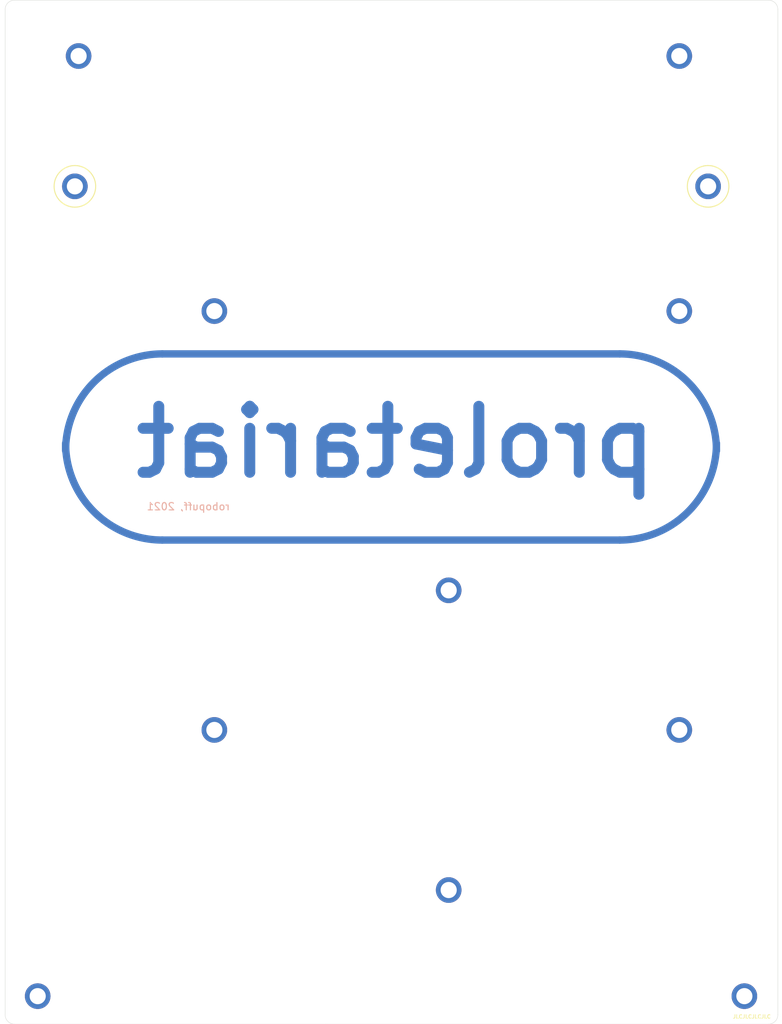
<source format=kicad_pcb>
(kicad_pcb (version 20171130) (host pcbnew "(5.1.10-1-10_14)")

  (general
    (thickness 1.6)
    (drawings 21)
    (tracks 0)
    (zones 0)
    (modules 12)
    (nets 1)
  )

  (page A4)
  (layers
    (0 F.Cu signal)
    (31 B.Cu signal)
    (32 B.Adhes user)
    (33 F.Adhes user)
    (34 B.Paste user)
    (35 F.Paste user)
    (36 B.SilkS user)
    (37 F.SilkS user)
    (38 B.Mask user)
    (39 F.Mask user)
    (40 Dwgs.User user)
    (41 Cmts.User user)
    (42 Eco1.User user)
    (43 Eco2.User user)
    (44 Edge.Cuts user)
    (45 Margin user)
    (46 B.CrtYd user)
    (47 F.CrtYd user)
    (48 B.Fab user)
    (49 F.Fab user)
  )

  (setup
    (last_trace_width 0.25)
    (trace_clearance 0.2)
    (zone_clearance 0.508)
    (zone_45_only no)
    (trace_min 0.2)
    (via_size 0.8)
    (via_drill 0.4)
    (via_min_size 0.4)
    (via_min_drill 0.3)
    (uvia_size 0.3)
    (uvia_drill 0.1)
    (uvias_allowed no)
    (uvia_min_size 0.2)
    (uvia_min_drill 0.1)
    (edge_width 0.05)
    (segment_width 0.2)
    (pcb_text_width 0.3)
    (pcb_text_size 1.5 1.5)
    (mod_edge_width 0.12)
    (mod_text_size 1 1)
    (mod_text_width 0.15)
    (pad_size 1.524 1.524)
    (pad_drill 0.762)
    (pad_to_mask_clearance 0)
    (aux_axis_origin 0 0)
    (visible_elements FFFFFF7F)
    (pcbplotparams
      (layerselection 0x010fc_ffffffff)
      (usegerberextensions false)
      (usegerberattributes true)
      (usegerberadvancedattributes true)
      (creategerberjobfile true)
      (excludeedgelayer true)
      (linewidth 0.100000)
      (plotframeref false)
      (viasonmask false)
      (mode 1)
      (useauxorigin false)
      (hpglpennumber 1)
      (hpglpenspeed 20)
      (hpglpendiameter 15.000000)
      (psnegative false)
      (psa4output false)
      (plotreference true)
      (plotvalue true)
      (plotinvisibletext false)
      (padsonsilk false)
      (subtractmaskfromsilk true)
      (outputformat 1)
      (mirror false)
      (drillshape 0)
      (scaleselection 1)
      (outputdirectory "../gerber/bottom/"))
  )

  (net 0 "")

  (net_class Default "This is the default net class."
    (clearance 0.2)
    (trace_width 0.25)
    (via_dia 0.8)
    (via_drill 0.4)
    (uvia_dia 0.3)
    (uvia_drill 0.1)
  )

  (module random-keyboard-parts:Generic-Mounthole (layer F.Cu) (tedit 5C91B17B) (tstamp 61039488)
    (at 41.91 58.42)
    (path /60FC5E3B)
    (attr virtual)
    (fp_text reference H12 (at 0 2) (layer Dwgs.User)
      (effects (font (size 1 1) (thickness 0.15)))
    )
    (fp_text value MountingHole (at 0 -2) (layer Dwgs.User)
      (effects (font (size 1 1) (thickness 0.15)))
    )
    (pad 1 thru_hole circle (at 0 0) (size 3.5 3.5) (drill 2.2) (layers *.Cu *.Mask))
  )

  (module random-keyboard-parts:Generic-Mounthole (layer F.Cu) (tedit 5C91B17B) (tstamp 61039488)
    (at 128.397 58.42)
    (path /60FC5E3B)
    (attr virtual)
    (fp_text reference H11 (at 0 2) (layer Dwgs.User)
      (effects (font (size 1 1) (thickness 0.15)))
    )
    (fp_text value MountingHole (at 0 -2) (layer Dwgs.User)
      (effects (font (size 1 1) (thickness 0.15)))
    )
    (pad 1 thru_hole circle (at 0 0) (size 3.5 3.5) (drill 2.2) (layers *.Cu *.Mask))
  )

  (module random-keyboard-parts:Generic-Mounthole (layer F.Cu) (tedit 5C91B17B) (tstamp 61037A01)
    (at 92.964 154.432)
    (path /60FC5E4D)
    (attr virtual)
    (fp_text reference H10 (at 0 2) (layer Dwgs.User)
      (effects (font (size 1 1) (thickness 0.15)))
    )
    (fp_text value MountingHole (at 0 -2) (layer Dwgs.User)
      (effects (font (size 1 1) (thickness 0.15)))
    )
    (pad 1 thru_hole circle (at 0 0) (size 3.5 3.5) (drill 2.2) (layers *.Cu *.Mask))
  )

  (module random-keyboard-parts:Generic-Mounthole (layer F.Cu) (tedit 5C91B17B) (tstamp 610379FD)
    (at 124.46 132.588)
    (path /60FC5E47)
    (attr virtual)
    (fp_text reference H9 (at 0 2) (layer Dwgs.User)
      (effects (font (size 1 1) (thickness 0.15)))
    )
    (fp_text value MountingHole (at 0 -2) (layer Dwgs.User)
      (effects (font (size 1 1) (thickness 0.15)))
    )
    (pad 1 thru_hole circle (at 0 0) (size 3.5 3.5) (drill 2.2) (layers *.Cu *.Mask))
  )

  (module random-keyboard-parts:Generic-Mounthole (layer F.Cu) (tedit 5C91B17B) (tstamp 610379F9)
    (at 60.96 132.588)
    (path /60FC5E41)
    (attr virtual)
    (fp_text reference H8 (at 0 2) (layer Dwgs.User)
      (effects (font (size 1 1) (thickness 0.15)))
    )
    (fp_text value MountingHole (at 0 -2) (layer Dwgs.User)
      (effects (font (size 1 1) (thickness 0.15)))
    )
    (pad 1 thru_hole circle (at 0 0) (size 3.5 3.5) (drill 2.2) (layers *.Cu *.Mask))
  )

  (module random-keyboard-parts:Generic-Mounthole (layer F.Cu) (tedit 5C91B17B) (tstamp 610379F5)
    (at 124.46 75.438)
    (path /60FC5E3B)
    (attr virtual)
    (fp_text reference H7 (at 0 2) (layer Dwgs.User)
      (effects (font (size 1 1) (thickness 0.15)))
    )
    (fp_text value MountingHole (at 0 -2) (layer Dwgs.User)
      (effects (font (size 1 1) (thickness 0.15)))
    )
    (pad 1 thru_hole circle (at 0 0) (size 3.5 3.5) (drill 2.2) (layers *.Cu *.Mask))
  )

  (module random-keyboard-parts:Generic-Mounthole (layer F.Cu) (tedit 5C91B17B) (tstamp 610379B3)
    (at 133.35 168.91)
    (path /6129746C)
    (attr virtual)
    (fp_text reference H6 (at 0 2) (layer Dwgs.User)
      (effects (font (size 1 1) (thickness 0.15)))
    )
    (fp_text value MountingHole (at 0 -2) (layer Dwgs.User)
      (effects (font (size 1 1) (thickness 0.15)))
    )
    (pad 1 thru_hole circle (at 0 0) (size 3.5 3.5) (drill 2.2) (layers *.Cu *.Mask))
  )

  (module random-keyboard-parts:Generic-Mounthole (layer F.Cu) (tedit 5C91B17B) (tstamp 610379AF)
    (at 60.96 75.438)
    (path /61296BD1)
    (attr virtual)
    (fp_text reference H5 (at 0 2) (layer Dwgs.User)
      (effects (font (size 1 1) (thickness 0.15)))
    )
    (fp_text value MountingHole (at 0 -2) (layer Dwgs.User)
      (effects (font (size 1 1) (thickness 0.15)))
    )
    (pad 1 thru_hole circle (at 0 0) (size 3.5 3.5) (drill 2.2) (layers *.Cu *.Mask))
  )

  (module random-keyboard-parts:Generic-Mounthole (layer F.Cu) (tedit 5C91B17B) (tstamp 610379AB)
    (at 36.83 168.91)
    (path /61295CE3)
    (attr virtual)
    (fp_text reference H4 (at 0 2) (layer Dwgs.User)
      (effects (font (size 1 1) (thickness 0.15)))
    )
    (fp_text value MountingHole (at 0 -2) (layer Dwgs.User)
      (effects (font (size 1 1) (thickness 0.15)))
    )
    (pad 1 thru_hole circle (at 0 0) (size 3.5 3.5) (drill 2.2) (layers *.Cu *.Mask))
  )

  (module random-keyboard-parts:Generic-Mounthole (layer F.Cu) (tedit 5C91B17B) (tstamp 610379A7)
    (at 42.418 40.64)
    (path /612954C9)
    (attr virtual)
    (fp_text reference H3 (at 0 2) (layer Dwgs.User)
      (effects (font (size 1 1) (thickness 0.15)))
    )
    (fp_text value MountingHole (at 0 -2) (layer Dwgs.User)
      (effects (font (size 1 1) (thickness 0.15)))
    )
    (pad 1 thru_hole circle (at 0 0) (size 3.5 3.5) (drill 2.2) (layers *.Cu *.Mask))
  )

  (module random-keyboard-parts:Generic-Mounthole (layer F.Cu) (tedit 5C91B17B) (tstamp 610379A3)
    (at 92.964 113.538)
    (path /61294D97)
    (attr virtual)
    (fp_text reference H2 (at 0 2) (layer Dwgs.User)
      (effects (font (size 1 1) (thickness 0.15)))
    )
    (fp_text value MountingHole (at 0 -2) (layer Dwgs.User)
      (effects (font (size 1 1) (thickness 0.15)))
    )
    (pad 1 thru_hole circle (at 0 0) (size 3.5 3.5) (drill 2.2) (layers *.Cu *.Mask))
  )

  (module random-keyboard-parts:Generic-Mounthole (layer F.Cu) (tedit 5C91B17B) (tstamp 6103799F)
    (at 124.46 40.64)
    (path /61294340)
    (attr virtual)
    (fp_text reference H1 (at 0 2) (layer Dwgs.User)
      (effects (font (size 1 1) (thickness 0.15)))
    )
    (fp_text value MountingHole (at 0 -2) (layer Dwgs.User)
      (effects (font (size 1 1) (thickness 0.15)))
    )
    (pad 1 thru_hole circle (at 0 0) (size 3.5 3.5) (drill 2.2) (layers *.Cu *.Mask))
  )

  (gr_text JLCJLCJLCJLC (at 134.366 171.704) (layer F.SilkS)
    (effects (font (size 0.5 0.5) (thickness 0.1)))
  )
  (gr_arc (start 116.332 93.472) (end 116.332 106.68) (angle -90) (layer B.Cu) (width 1) (tstamp 6103968E))
  (gr_arc (start 116.332 94.488) (end 129.54 94.488) (angle -90) (layer B.Cu) (width 1) (tstamp 6103968E))
  (gr_arc (start 53.848 94.488) (end 53.848 81.28) (angle -90) (layer B.Cu) (width 1) (tstamp 6103968E))
  (gr_arc (start 53.848 93.472) (end 40.64 93.472) (angle -90) (layer B.Cu) (width 1))
  (gr_line (start 116.332 81.28) (end 53.848 81.28) (layer B.Cu) (width 1) (tstamp 61039594))
  (gr_line (start 53.848 106.68) (end 116.332 106.68) (layer B.Cu) (width 1))
  (gr_circle (center 128.397 58.42) (end 131.236806 58.42) (layer F.SilkS) (width 0.15) (tstamp 61039515))
  (gr_circle (center 41.91 58.42) (end 44.749806 58.42) (layer F.SilkS) (width 0.15))
  (gr_text "robopuff, 2021" (at 57.404 102.108) (layer B.SilkS) (tstamp 610394FA)
    (effects (font (size 1 1) (thickness 0.15)) (justify mirror))
  )
  (gr_text proletariat (at 85.725 93.345) (layer B.Cu)
    (effects (font (size 9 9) (thickness 1.5)) (justify mirror))
  )
  (gr_line (start 59.69 33.02) (end 33.655 33.02) (layer Edge.Cuts) (width 0.05) (tstamp 61037A2D))
  (gr_line (start 32.385 34.29) (end 32.385 171.45) (layer Edge.Cuts) (width 0.05) (tstamp 61037A2C))
  (gr_line (start 33.655 172.72) (end 76.2 172.72) (layer Edge.Cuts) (width 0.05) (tstamp 61037A2B))
  (gr_line (start 76.2 172.72) (end 136.652 172.72) (layer Edge.Cuts) (width 0.05) (tstamp 61037A2A))
  (gr_line (start 137.922 171.45) (end 137.922 34.29) (layer Edge.Cuts) (width 0.05) (tstamp 61037A29))
  (gr_line (start 136.652 33.02) (end 59.69 33.02) (layer Edge.Cuts) (width 0.05) (tstamp 61037A28))
  (gr_arc (start 136.652 34.29) (end 137.922 34.29) (angle -90) (layer Edge.Cuts) (width 0.05) (tstamp 61037A27))
  (gr_arc (start 136.652 171.45) (end 136.652 172.72) (angle -90) (layer Edge.Cuts) (width 0.05) (tstamp 61037A26))
  (gr_arc (start 33.655 171.45) (end 32.385 171.45) (angle -90) (layer Edge.Cuts) (width 0.05) (tstamp 61037A25))
  (gr_arc (start 33.655 34.29) (end 33.655 33.02) (angle -90) (layer Edge.Cuts) (width 0.05) (tstamp 61037A24))

)

</source>
